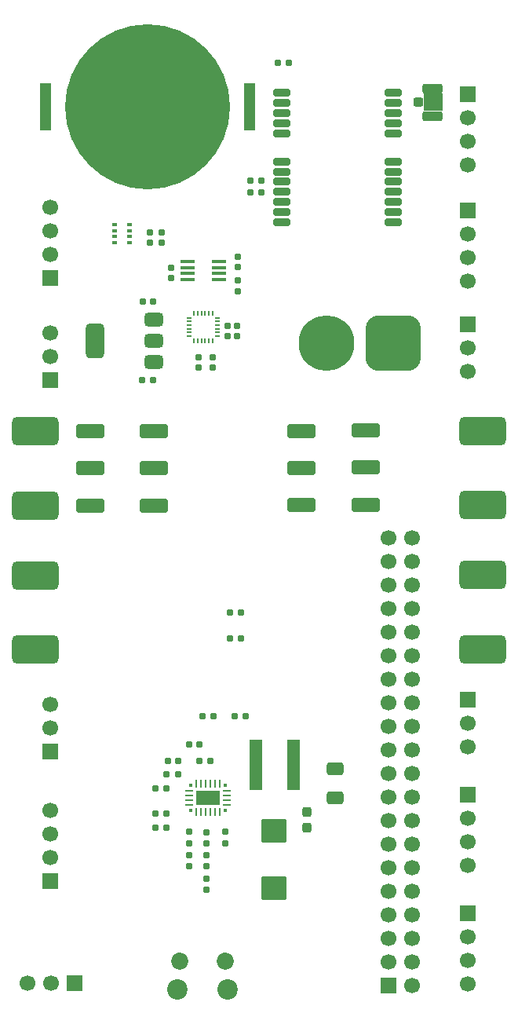
<source format=gbr>
%TF.GenerationSoftware,KiCad,Pcbnew,9.0.2*%
%TF.CreationDate,2025-07-10T20:26:42+02:00*%
%TF.ProjectId,pcb,7063622e-6b69-4636-9164-5f7063625858,rev?*%
%TF.SameCoordinates,Original*%
%TF.FileFunction,Soldermask,Top*%
%TF.FilePolarity,Negative*%
%FSLAX46Y46*%
G04 Gerber Fmt 4.6, Leading zero omitted, Abs format (unit mm)*
G04 Created by KiCad (PCBNEW 9.0.2) date 2025-07-10 20:26:42*
%MOMM*%
%LPD*%
G01*
G04 APERTURE LIST*
G04 Aperture macros list*
%AMRoundRect*
0 Rectangle with rounded corners*
0 $1 Rounding radius*
0 $2 $3 $4 $5 $6 $7 $8 $9 X,Y pos of 4 corners*
0 Add a 4 corners polygon primitive as box body*
4,1,4,$2,$3,$4,$5,$6,$7,$8,$9,$2,$3,0*
0 Add four circle primitives for the rounded corners*
1,1,$1+$1,$2,$3*
1,1,$1+$1,$4,$5*
1,1,$1+$1,$6,$7*
1,1,$1+$1,$8,$9*
0 Add four rect primitives between the rounded corners*
20,1,$1+$1,$2,$3,$4,$5,0*
20,1,$1+$1,$4,$5,$6,$7,0*
20,1,$1+$1,$6,$7,$8,$9,0*
20,1,$1+$1,$8,$9,$2,$3,0*%
G04 Aperture macros list end*
%ADD10RoundRect,0.155000X-0.212500X-0.155000X0.212500X-0.155000X0.212500X0.155000X-0.212500X0.155000X0*%
%ADD11RoundRect,0.160000X0.197500X0.160000X-0.197500X0.160000X-0.197500X-0.160000X0.197500X-0.160000X0*%
%ADD12RoundRect,0.250000X-0.465000X-2.500000X0.465000X-2.500000X0.465000X2.500000X-0.465000X2.500000X0*%
%ADD13RoundRect,0.225000X1.275000X0.525000X-1.275000X0.525000X-1.275000X-0.525000X1.275000X-0.525000X0*%
%ADD14RoundRect,0.160000X-0.197500X-0.160000X0.197500X-0.160000X0.197500X0.160000X-0.197500X0.160000X0*%
%ADD15RoundRect,0.450000X2.050000X1.050000X-2.050000X1.050000X-2.050000X-1.050000X2.050000X-1.050000X0*%
%ADD16R,1.700000X1.700000*%
%ADD17C,1.700000*%
%ADD18RoundRect,0.160000X-0.160000X0.197500X-0.160000X-0.197500X0.160000X-0.197500X0.160000X0.197500X0*%
%ADD19RoundRect,0.250000X-0.650000X0.412500X-0.650000X-0.412500X0.650000X-0.412500X0.650000X0.412500X0*%
%ADD20RoundRect,0.200000X0.700000X0.200000X-0.700000X0.200000X-0.700000X-0.200000X0.700000X-0.200000X0*%
%ADD21RoundRect,0.155000X0.212500X0.155000X-0.212500X0.155000X-0.212500X-0.155000X0.212500X-0.155000X0*%
%ADD22RoundRect,0.375000X0.625000X0.375000X-0.625000X0.375000X-0.625000X-0.375000X0.625000X-0.375000X0*%
%ADD23RoundRect,0.500000X0.500000X1.400000X-0.500000X1.400000X-0.500000X-1.400000X0.500000X-1.400000X0*%
%ADD24R,1.600000X0.300000*%
%ADD25RoundRect,0.155000X-0.155000X0.212500X-0.155000X-0.212500X0.155000X-0.212500X0.155000X0.212500X0*%
%ADD26RoundRect,0.155000X0.155000X-0.212500X0.155000X0.212500X-0.155000X0.212500X-0.155000X-0.212500X0*%
%ADD27RoundRect,0.050000X-0.225000X-0.050000X0.225000X-0.050000X0.225000X0.050000X-0.225000X0.050000X0*%
%ADD28RoundRect,0.050000X0.050000X-0.225000X0.050000X0.225000X-0.050000X0.225000X-0.050000X-0.225000X0*%
%ADD29RoundRect,0.250000X-0.275000X-0.250000X0.275000X-0.250000X0.275000X0.250000X-0.275000X0.250000X0*%
%ADD30RoundRect,0.250000X-0.850000X-0.275000X0.850000X-0.275000X0.850000X0.275000X-0.850000X0.275000X0*%
%ADD31R,1.270000X5.080000*%
%ADD32C,17.800000*%
%ADD33RoundRect,0.102000X-1.225000X1.175000X-1.225000X-1.175000X1.225000X-1.175000X1.225000X1.175000X0*%
%ADD34RoundRect,0.237500X-0.237500X0.287500X-0.237500X-0.287500X0.237500X-0.287500X0.237500X0.287500X0*%
%ADD35R,0.500000X0.350000*%
%ADD36RoundRect,1.500000X1.500000X1.500000X-1.500000X1.500000X-1.500000X-1.500000X1.500000X-1.500000X0*%
%ADD37C,6.000000*%
%ADD38R,0.254000X0.863600*%
%ADD39R,0.863600X0.254000*%
%ADD40R,2.650000X1.650000*%
%ADD41R,0.375000X0.375000*%
%ADD42C,2.200000*%
%ADD43C,1.850000*%
G04 APERTURE END LIST*
%TO.C,J703*%
G36*
X168260000Y-62585000D02*
G01*
X170350000Y-62585000D01*
X170350000Y-64465000D01*
X168260000Y-64465000D01*
X168260000Y-62585000D01*
G37*
%TD*%
D10*
%TO.C,C703*%
X144115000Y-134500000D03*
X145250000Y-134500000D03*
%TD*%
D11*
%TO.C,R714*%
X148597500Y-118500000D03*
X147402500Y-118500000D03*
%TD*%
D12*
%TO.C,L701*%
X150210000Y-135000000D03*
X154250000Y-135000000D03*
%TD*%
D11*
%TO.C,R705*%
X141750000Y-136000000D03*
X140555000Y-136000000D03*
%TD*%
D13*
%TO.C,J721*%
X132300000Y-107000000D03*
X132300000Y-103000000D03*
X132300000Y-99000000D03*
%TD*%
D14*
%TO.C,R701*%
X144402500Y-129750000D03*
X145597500Y-129750000D03*
%TD*%
D15*
%TO.C,J716*%
X126400000Y-122540000D03*
X126400000Y-114540000D03*
%TD*%
%TO.C,J711*%
X126400000Y-107000000D03*
X126400000Y-99000000D03*
%TD*%
D13*
%TO.C,J719*%
X155100000Y-106950000D03*
X155100000Y-102950000D03*
X155100000Y-98950000D03*
%TD*%
D16*
%TO.C,J706*%
X173000000Y-75190000D03*
D17*
X173000000Y-77730000D03*
X173000000Y-80270000D03*
X173000000Y-82810000D03*
%TD*%
D18*
%TO.C,R709*%
X144800000Y-147200000D03*
X144800000Y-148395000D03*
%TD*%
D16*
%TO.C,J713*%
X173000000Y-87500000D03*
D17*
X173000000Y-90040000D03*
X173000000Y-92580000D03*
%TD*%
D19*
%TO.C,C707*%
X158750000Y-135387500D03*
X158750000Y-138512500D03*
%TD*%
D20*
%TO.C,U705*%
X165000000Y-76500000D03*
X165000000Y-75400000D03*
X165000000Y-74300000D03*
X165000000Y-73200000D03*
X165000000Y-72100000D03*
X165000000Y-71000000D03*
X165000000Y-69900000D03*
X165000000Y-66900000D03*
X165000000Y-65800000D03*
X165000000Y-64700000D03*
X165000000Y-63600000D03*
X165000000Y-62500000D03*
X153000000Y-62500000D03*
X153000000Y-63600000D03*
X153000000Y-64700000D03*
X153000000Y-65800000D03*
X153000000Y-66900000D03*
X153000000Y-69900000D03*
X153000000Y-71000000D03*
X153000000Y-72100000D03*
X153000000Y-73200000D03*
X153000000Y-74300000D03*
X153000000Y-75400000D03*
X153000000Y-76500000D03*
%TD*%
D21*
%TO.C,C705*%
X140500000Y-141750000D03*
X139365000Y-141750000D03*
%TD*%
%TO.C,C713*%
X139067500Y-93500000D03*
X137932500Y-93500000D03*
%TD*%
D18*
%TO.C,R708*%
X144800000Y-144700000D03*
X144800000Y-145895000D03*
%TD*%
D21*
%TO.C,C704*%
X141817500Y-134500000D03*
X140682500Y-134500000D03*
%TD*%
D16*
%TO.C,J704*%
X128000000Y-82500000D03*
D17*
X128000000Y-79960000D03*
X128000000Y-77420000D03*
X128000000Y-74880000D03*
%TD*%
D16*
%TO.C,J708*%
X173000000Y-151000000D03*
D17*
X173000000Y-153540000D03*
X173000000Y-156080000D03*
X173000000Y-158620000D03*
%TD*%
D21*
%TO.C,C706*%
X140500000Y-137500000D03*
X139365000Y-137500000D03*
%TD*%
D22*
%TO.C,U703*%
X139150000Y-91550000D03*
X139150000Y-89250000D03*
D23*
X132850000Y-89250000D03*
D22*
X139150000Y-86950000D03*
%TD*%
D16*
%TO.C,J707*%
X173000000Y-138190000D03*
D17*
X173000000Y-140730000D03*
X173000000Y-143270000D03*
X173000000Y-145810000D03*
%TD*%
D10*
%TO.C,C701*%
X142932500Y-132750000D03*
X144067500Y-132750000D03*
%TD*%
D11*
%TO.C,R704*%
X140500000Y-140250000D03*
X139305000Y-140250000D03*
%TD*%
D24*
%TO.C,U702*%
X142800000Y-80700000D03*
X142800000Y-81350000D03*
X142800000Y-82000000D03*
X142800000Y-82650000D03*
X146200000Y-82650000D03*
X146200000Y-82000000D03*
X146200000Y-81350000D03*
X146200000Y-80700000D03*
%TD*%
D16*
%TO.C,J710*%
X128000000Y-93500000D03*
D17*
X128000000Y-90960000D03*
X128000000Y-88420000D03*
%TD*%
D15*
%TO.C,J712*%
X174600000Y-106970000D03*
X174600000Y-98970000D03*
%TD*%
D25*
%TO.C,C702*%
X143000000Y-144732500D03*
X143000000Y-145867500D03*
%TD*%
D26*
%TO.C,C711*%
X140000000Y-78700380D03*
X140000000Y-77565380D03*
%TD*%
D27*
%TO.C,U704*%
X143000000Y-86750000D03*
X143000000Y-87150000D03*
X143000000Y-87550000D03*
X143000000Y-87950000D03*
X143000000Y-88350000D03*
X143000000Y-88750000D03*
D28*
X143500000Y-89250000D03*
X143900000Y-89250000D03*
X144300000Y-89250000D03*
X144700000Y-89250000D03*
X145100000Y-89250000D03*
X145500000Y-89250000D03*
D27*
X146000000Y-88750000D03*
X146000000Y-88350000D03*
X146000000Y-87950000D03*
X146000000Y-87550000D03*
X146000000Y-87150000D03*
X146000000Y-86750000D03*
D28*
X145500000Y-86250000D03*
X145100000Y-86250000D03*
X144700000Y-86250000D03*
X144300000Y-86250000D03*
X143900000Y-86250000D03*
X143500000Y-86250000D03*
%TD*%
D14*
%TO.C,R712*%
X149555000Y-73250000D03*
X150750000Y-73250000D03*
%TD*%
D16*
%TO.C,J717*%
X128000000Y-133500000D03*
D17*
X128000000Y-130960000D03*
X128000000Y-128420000D03*
%TD*%
D14*
%TO.C,R702*%
X147902500Y-129750000D03*
X149097500Y-129750000D03*
%TD*%
D16*
%TO.C,J705*%
X173000000Y-62690000D03*
D17*
X173000000Y-65230000D03*
X173000000Y-67770000D03*
X173000000Y-70310000D03*
%TD*%
D25*
%TO.C,C716*%
X144000000Y-91000000D03*
X144000000Y-92135000D03*
%TD*%
D18*
%TO.C,R706*%
X146900000Y-142200000D03*
X146900000Y-143395000D03*
%TD*%
D16*
%TO.C,J702*%
X130580000Y-158500000D03*
D17*
X128040000Y-158500000D03*
X125500000Y-158500000D03*
%TD*%
D13*
%TO.C,J720*%
X162050000Y-106900000D03*
X162050000Y-102900000D03*
X162050000Y-98900000D03*
%TD*%
D16*
%TO.C,J715*%
X173000000Y-127960000D03*
D17*
X173000000Y-130500000D03*
X173000000Y-133040000D03*
%TD*%
D21*
%TO.C,C715*%
X139117500Y-85000000D03*
X137982500Y-85000000D03*
%TD*%
D13*
%TO.C,J718*%
X139150000Y-107000000D03*
X139150000Y-103000000D03*
X139150000Y-99000000D03*
%TD*%
D29*
%TO.C,J703*%
X167725000Y-63525000D03*
D30*
X169250000Y-62050000D03*
X169250000Y-65000000D03*
%TD*%
D11*
%TO.C,R715*%
X148600000Y-121300000D03*
X147405000Y-121300000D03*
%TD*%
D26*
%TO.C,C710*%
X138750000Y-78700380D03*
X138750000Y-77565380D03*
%TD*%
%TO.C,C717*%
X147100000Y-88750000D03*
X147100000Y-87615000D03*
%TD*%
D31*
%TO.C,BT702*%
X149485000Y-64000000D03*
X127515000Y-64000000D03*
D32*
X138500000Y-64000000D03*
%TD*%
D26*
%TO.C,C719*%
X148150000Y-88767500D03*
X148150000Y-87632500D03*
%TD*%
D25*
%TO.C,C718*%
X145500000Y-91000000D03*
X145500000Y-92135000D03*
%TD*%
D16*
%TO.C,J709*%
X128000000Y-147500000D03*
D17*
X128000000Y-144960000D03*
X128000000Y-142420000D03*
X128000000Y-139880000D03*
%TD*%
D33*
%TO.C,C709*%
X152150000Y-142050000D03*
X152150000Y-148250000D03*
%TD*%
D34*
%TO.C,L702*%
X155700000Y-140025000D03*
X155700000Y-141775000D03*
%TD*%
D16*
%TO.C,J701*%
X164460000Y-158740000D03*
D17*
X167000000Y-158740000D03*
X164460000Y-156200000D03*
X167000000Y-156200000D03*
X164460000Y-153660000D03*
X167000000Y-153660000D03*
X164460000Y-151120000D03*
X167000000Y-151120000D03*
X164460000Y-148580000D03*
X167000000Y-148580000D03*
X164460000Y-146040000D03*
X167000000Y-146040000D03*
X164460000Y-143500000D03*
X167000000Y-143500000D03*
X164460000Y-140960000D03*
X167000000Y-140960000D03*
X164460000Y-138420000D03*
X167000000Y-138420000D03*
X164460000Y-135880000D03*
X167000000Y-135880000D03*
X164460000Y-133340000D03*
X167000000Y-133340000D03*
X164460000Y-130800000D03*
X167000000Y-130800000D03*
X164460000Y-128260000D03*
X167000000Y-128260000D03*
X164460000Y-125720000D03*
X167000000Y-125720000D03*
X164460000Y-123180000D03*
X167000000Y-123180000D03*
X164460000Y-120640000D03*
X167000000Y-120640000D03*
X164460000Y-118100000D03*
X167000000Y-118100000D03*
X164460000Y-115560000D03*
X167000000Y-115560000D03*
X164460000Y-113020000D03*
X167000000Y-113020000D03*
X164460000Y-110480000D03*
X167000000Y-110480000D03*
%TD*%
D18*
%TO.C,R703*%
X143000000Y-142202500D03*
X143000000Y-143397500D03*
%TD*%
D14*
%TO.C,R711*%
X149555000Y-72000000D03*
X150750000Y-72000000D03*
%TD*%
D35*
%TO.C,U701*%
X134900000Y-78650000D03*
X134900000Y-78000000D03*
X134900000Y-77350000D03*
X134900000Y-76700000D03*
X136500000Y-76700000D03*
X136500000Y-77350000D03*
X136500000Y-78000000D03*
X136500000Y-78650000D03*
%TD*%
D14*
%TO.C,R713*%
X152500000Y-59250000D03*
X153695000Y-59250000D03*
%TD*%
D36*
%TO.C,BT701*%
X165000000Y-89500000D03*
D37*
X157800000Y-89500000D03*
%TD*%
D38*
%TO.C,IC701*%
X146250000Y-136976000D03*
X145750001Y-136976000D03*
X145250000Y-136976000D03*
X144750000Y-136976000D03*
X144249999Y-136976000D03*
X143750000Y-136976000D03*
D39*
X142980700Y-137749999D03*
X142980700Y-138250000D03*
X142980700Y-138750000D03*
X142980700Y-139250001D03*
D38*
X143750000Y-140024000D03*
X144249999Y-140024000D03*
X144750000Y-140024000D03*
X145250000Y-140024000D03*
X145750001Y-140024000D03*
X146250000Y-140024000D03*
D39*
X147019300Y-139250001D03*
X147019300Y-138750000D03*
X147019300Y-138250000D03*
X147019300Y-137749999D03*
D40*
X145000000Y-138500000D03*
D41*
X146870000Y-137130000D03*
X143130000Y-137130000D03*
X143130000Y-139870000D03*
X146870000Y-139870000D03*
%TD*%
D26*
%TO.C,C712*%
X148250000Y-81317500D03*
X148250000Y-80182500D03*
%TD*%
D15*
%TO.C,J714*%
X174600000Y-122500000D03*
X174600000Y-114500000D03*
%TD*%
D18*
%TO.C,R707*%
X144800000Y-142205000D03*
X144800000Y-143400000D03*
%TD*%
%TO.C,R710*%
X148250000Y-82750000D03*
X148250000Y-83945000D03*
%TD*%
D26*
%TO.C,C714*%
X141000000Y-82467500D03*
X141000000Y-81332500D03*
%TD*%
D42*
%TO.C,A701*%
X141700000Y-159175000D03*
D43*
X142000000Y-156145000D03*
X146850000Y-156145000D03*
D42*
X147150000Y-159175000D03*
%TD*%
M02*

</source>
